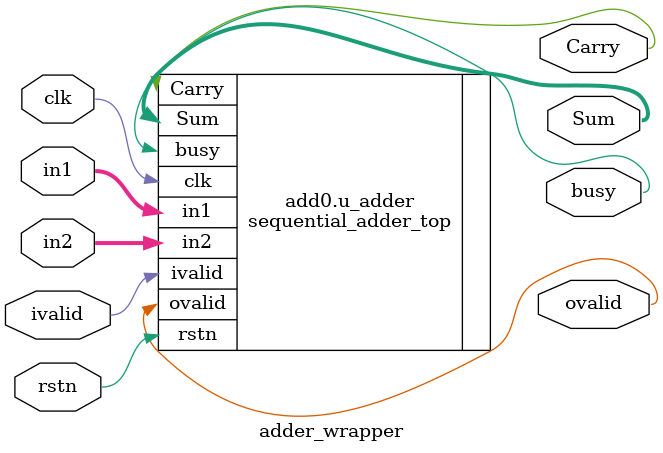
<source format=v>
module adder_wrapper #(parameter DWIDTH = 8, parameter TYP = 0, parameter NUM_STAGES = 2)
(
	input clk,
	input rstn,

	input [DWIDTH-1:0] in1,
	input [DWIDTH-1:0] in2,
	input ivalid,

	output [DWIDTH-1:0] Sum,
	output Carry,
	output ovalid,
	output busy
);


generate 
if (TYP == 0) begin : add0
	sequential_adder_top #(.DWIDTH(DWIDTH)) u_adder
	(
		.clk    (clk),
		.rstn   (rstn),
		.in1    (in1),
		.in2    (in2),
		.ivalid (ivalid),
		.Sum    (Sum),
		.Carry  (Carry),
		.ovalid (ovalid),
    .busy   (busy)
	);
end else if (TYP == 1) begin : add1
	parallel_adder_top #(.DWIDTH(DWIDTH)) u_adder
	(
		.clk    (clk),
		.rstn   (rstn),
		.in1    (in1),
		.in2    (in2),
		.ivalid (ivalid),
		.Sum    (Sum),
		.Carry  (Carry),
		.ovalid (ovalid),
    .busy   (busy)
	);
end else if (TYP == 2) begin : add2
	pipeline_adder_top #(.DWIDTH(DWIDTH), .NUM_STAGES(NUM_STAGES)) u_adder
	(
		.clk    (clk),
		.rstn   (rstn),
		.in1		(in1),
		.in2		(in2),
		.ivalid (ivalid),
		.Sum    (Sum),
		.Carry  (Carry),
		.ovalid (ovalid),
		.busy   (busy)
	);
end
endgenerate

endmodule

</source>
